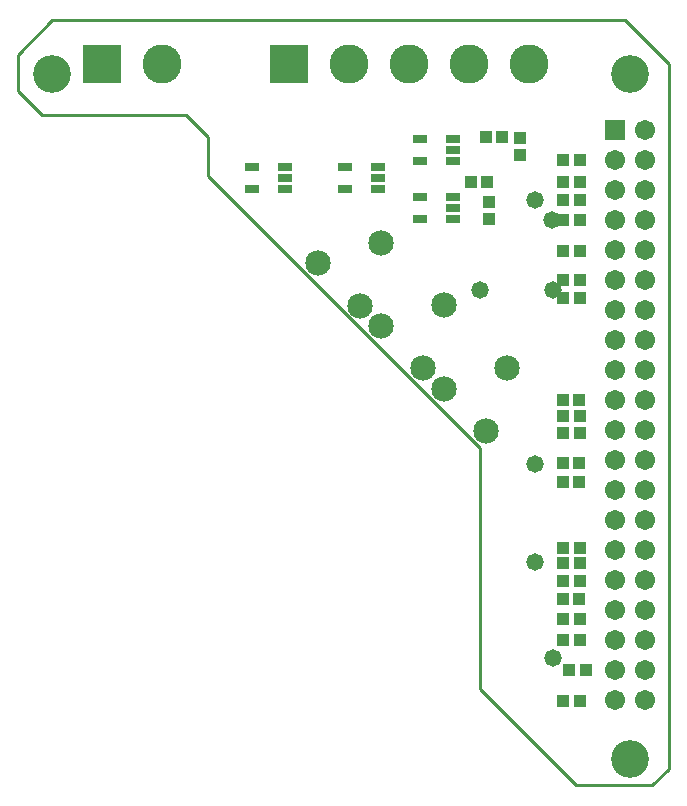
<source format=gts>
G04*
G04 #@! TF.GenerationSoftware,Altium Limited,Altium Designer,20.0.2 (26)*
G04*
G04 Layer_Color=8388736*
%FSLAX25Y25*%
%MOIN*%
G70*
G01*
G75*
%ADD12C,0.01000*%
%ADD16C,0.00050*%
%ADD20R,0.04737X0.03162*%
%ADD21R,0.03950X0.04343*%
%ADD22R,0.04343X0.03950*%
G04:AMPARAMS|DCode=23|XSize=84.77mil|YSize=84.77mil|CornerRadius=0mil|HoleSize=0mil|Usage=FLASHONLY|Rotation=315.000|XOffset=0mil|YOffset=0mil|HoleType=Round|Shape=Round|*
%AMOVALD23*
21,1,0.00000,0.08477,0.00000,0.00000,315.0*
1,1,0.08477,0.00000,0.00000*
1,1,0.08477,0.00000,0.00000*
%
%ADD23OVALD23*%

%ADD24R,0.13024X0.13024*%
%ADD25C,0.13024*%
%ADD26C,0.06706*%
%ADD27R,0.06706X0.06706*%
%ADD28C,0.05800*%
%ADD29C,0.12611*%
D12*
X416500Y441000D02*
Y454000D01*
X409000Y461500D02*
X416500Y454000D01*
X361000Y461500D02*
X409000D01*
X353000Y481500D02*
X364500Y493000D01*
X353000Y469500D02*
Y481500D01*
Y469500D02*
X361000Y461500D01*
X416500Y441000D02*
X436500Y421000D01*
X507000Y350500D01*
Y270000D02*
Y350500D01*
Y270000D02*
X539000Y238000D01*
X564500D01*
X570000Y243500D01*
Y478500D01*
X555500Y493000D02*
X570000Y478500D01*
X364500Y493000D02*
X555500D01*
D16*
X369657Y475004D02*
G03*
X369657Y475004I-5413J0D01*
G01*
X562571D02*
G03*
X562571Y475004I-5413J0D01*
G01*
Y246658D02*
G03*
X562571Y246658I-5413J0D01*
G01*
D20*
X487087Y446020D02*
D03*
Y453500D02*
D03*
X497913D02*
D03*
Y449760D02*
D03*
Y446020D02*
D03*
X487087Y426760D02*
D03*
Y434240D02*
D03*
X497913D02*
D03*
Y430500D02*
D03*
Y426760D02*
D03*
X431087Y436760D02*
D03*
Y444240D02*
D03*
X441913D02*
D03*
Y440500D02*
D03*
Y436760D02*
D03*
X472913D02*
D03*
Y440500D02*
D03*
Y444240D02*
D03*
X462087D02*
D03*
Y436760D02*
D03*
D21*
X508988Y454000D02*
D03*
X514500D02*
D03*
X503988Y439000D02*
D03*
X509500D02*
D03*
X534744Y400500D02*
D03*
X540256D02*
D03*
X534744Y406500D02*
D03*
X540256D02*
D03*
X534744Y439000D02*
D03*
X540256D02*
D03*
X534744Y433000D02*
D03*
X540256D02*
D03*
X534866Y426500D02*
D03*
X540378D02*
D03*
X540256Y293500D02*
D03*
X534744D02*
D03*
X540134Y300000D02*
D03*
X534622D02*
D03*
X540378Y317000D02*
D03*
X534866D02*
D03*
X540134Y339000D02*
D03*
X534622D02*
D03*
X540256Y355468D02*
D03*
X534744D02*
D03*
X540256Y266000D02*
D03*
X534744D02*
D03*
X540256Y286500D02*
D03*
X534744D02*
D03*
X540256Y306000D02*
D03*
X534744D02*
D03*
X540256Y312000D02*
D03*
X534744D02*
D03*
X540134Y345500D02*
D03*
X534622D02*
D03*
X540134Y366500D02*
D03*
X534622D02*
D03*
X540256Y361000D02*
D03*
X534744D02*
D03*
X540256Y416000D02*
D03*
X534744D02*
D03*
X540256Y446500D02*
D03*
X534744D02*
D03*
X542256Y276500D02*
D03*
X536744D02*
D03*
D22*
X520500Y453756D02*
D03*
Y448244D02*
D03*
X510000Y432303D02*
D03*
Y426791D02*
D03*
D23*
X474102Y418737D02*
D03*
X467142Y397858D02*
D03*
X453000Y412000D02*
D03*
X516000Y377000D02*
D03*
X509040Y356121D02*
D03*
X494898Y370263D02*
D03*
X495000Y398000D02*
D03*
X488040Y377121D02*
D03*
X473898Y391263D02*
D03*
D24*
X381000Y478500D02*
D03*
X443500D02*
D03*
D25*
X401000D02*
D03*
X463500D02*
D03*
X483500D02*
D03*
X503500D02*
D03*
X523500D02*
D03*
D26*
X562000Y266500D02*
D03*
X552000D02*
D03*
X562000Y276500D02*
D03*
X552000D02*
D03*
X562000Y286500D02*
D03*
X552000D02*
D03*
X562000Y296500D02*
D03*
X552000D02*
D03*
X562000Y306500D02*
D03*
X552000D02*
D03*
X562000Y316500D02*
D03*
X552000D02*
D03*
X562000Y326500D02*
D03*
X552000D02*
D03*
X562000Y336500D02*
D03*
X552000D02*
D03*
X562000Y346500D02*
D03*
X552000D02*
D03*
X562000Y356500D02*
D03*
X552000D02*
D03*
X562000Y366500D02*
D03*
X552000D02*
D03*
X562000Y376500D02*
D03*
X552000D02*
D03*
X562000Y386500D02*
D03*
X552000D02*
D03*
X562000Y396500D02*
D03*
X552000D02*
D03*
X562000Y406500D02*
D03*
X552000D02*
D03*
X562000Y416500D02*
D03*
X552000D02*
D03*
X562000Y426500D02*
D03*
X552000D02*
D03*
X562000Y436500D02*
D03*
X552000D02*
D03*
X562000Y446500D02*
D03*
X552000D02*
D03*
X562000Y456500D02*
D03*
D27*
X552000D02*
D03*
D28*
X507000Y403200D02*
D03*
X531500Y403000D02*
D03*
Y280500D02*
D03*
X531000Y426500D02*
D03*
X525500Y345000D02*
D03*
X525500Y312500D02*
D03*
Y433000D02*
D03*
D29*
X557158Y475004D02*
D03*
Y246658D02*
D03*
X364244Y475004D02*
D03*
M02*

</source>
